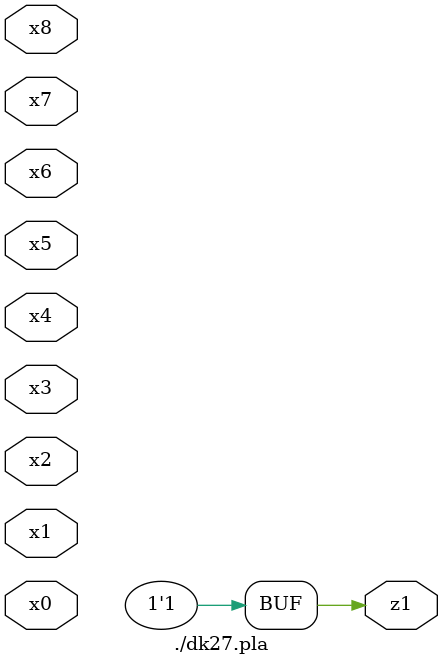
<source format=v>

module \./dk27.pla  ( 
    x0, x1, x2, x3, x4, x5, x6, x7, x8,
    z1  );
  input  x0, x1, x2, x3, x4, x5, x6, x7, x8;
  output z1;
  assign z1 = 1'b1;
endmodule



</source>
